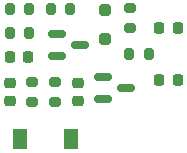
<source format=gbr>
%TF.GenerationSoftware,KiCad,Pcbnew,8.0.1*%
%TF.CreationDate,2024-05-12T11:03:26+05:30*%
%TF.ProjectId,PBSEQ-D1,50425345-512d-4443-912e-6b696361645f,0.1*%
%TF.SameCoordinates,PX7bfa480PY68e7780*%
%TF.FileFunction,Paste,Top*%
%TF.FilePolarity,Positive*%
%FSLAX46Y46*%
G04 Gerber Fmt 4.6, Leading zero omitted, Abs format (unit mm)*
G04 Created by KiCad (PCBNEW 8.0.1) date 2024-05-12 11:03:26*
%MOMM*%
%LPD*%
G01*
G04 APERTURE LIST*
G04 Aperture macros list*
%AMRoundRect*
0 Rectangle with rounded corners*
0 $1 Rounding radius*
0 $2 $3 $4 $5 $6 $7 $8 $9 X,Y pos of 4 corners*
0 Add a 4 corners polygon primitive as box body*
4,1,4,$2,$3,$4,$5,$6,$7,$8,$9,$2,$3,0*
0 Add four circle primitives for the rounded corners*
1,1,$1+$1,$2,$3*
1,1,$1+$1,$4,$5*
1,1,$1+$1,$6,$7*
1,1,$1+$1,$8,$9*
0 Add four rect primitives between the rounded corners*
20,1,$1+$1,$2,$3,$4,$5,0*
20,1,$1+$1,$4,$5,$6,$7,0*
20,1,$1+$1,$6,$7,$8,$9,0*
20,1,$1+$1,$8,$9,$2,$3,0*%
G04 Aperture macros list end*
%ADD10R,1.150000X1.700000*%
%ADD11RoundRect,0.200000X0.200000X0.275000X-0.200000X0.275000X-0.200000X-0.275000X0.200000X-0.275000X0*%
%ADD12RoundRect,0.200000X0.275000X-0.200000X0.275000X0.200000X-0.275000X0.200000X-0.275000X-0.200000X0*%
%ADD13RoundRect,0.200000X-0.200000X-0.275000X0.200000X-0.275000X0.200000X0.275000X-0.200000X0.275000X0*%
%ADD14RoundRect,0.200000X-0.275000X0.200000X-0.275000X-0.200000X0.275000X-0.200000X0.275000X0.200000X0*%
%ADD15RoundRect,0.150000X-0.587500X-0.150000X0.587500X-0.150000X0.587500X0.150000X-0.587500X0.150000X0*%
%ADD16RoundRect,0.218750X-0.218750X-0.256250X0.218750X-0.256250X0.218750X0.256250X-0.218750X0.256250X0*%
%ADD17RoundRect,0.250000X0.250000X-0.250000X0.250000X0.250000X-0.250000X0.250000X-0.250000X-0.250000X0*%
%ADD18RoundRect,0.225000X-0.250000X0.225000X-0.250000X-0.225000X0.250000X-0.225000X0.250000X0.225000X0*%
%ADD19RoundRect,0.225000X-0.225000X-0.250000X0.225000X-0.250000X0.225000X0.250000X-0.225000X0.250000X0*%
%ADD20RoundRect,0.225000X0.250000X-0.225000X0.250000X0.225000X-0.250000X0.225000X-0.250000X-0.225000X0*%
G04 APERTURE END LIST*
D10*
%TO.C,SW1*%
X6705000Y2260000D03*
X2355000Y2260000D03*
%TD*%
D11*
%TO.C,R7*%
X13260000Y9445000D03*
X11610000Y9445000D03*
%TD*%
D12*
%TO.C,R6*%
X11685000Y11690000D03*
X11685000Y13340000D03*
%TD*%
D11*
%TO.C,R5*%
X3140000Y13275000D03*
X1490000Y13275000D03*
%TD*%
D13*
%TO.C,R4*%
X4990000Y13275000D03*
X6640000Y13275000D03*
%TD*%
%TO.C,R3*%
X1490000Y11245000D03*
X3140000Y11245000D03*
%TD*%
D12*
%TO.C,R2*%
X5295000Y5420000D03*
X5295000Y7070000D03*
%TD*%
D14*
%TO.C,R1*%
X3415000Y7070000D03*
X3415000Y5420000D03*
%TD*%
D15*
%TO.C,Q2*%
X5527500Y11213000D03*
X5527500Y9313000D03*
X7402500Y10263000D03*
%TD*%
%TO.C,Q1*%
X9427500Y7544000D03*
X9427500Y5644000D03*
X11302500Y6594000D03*
%TD*%
D16*
%TO.C,D3*%
X14157500Y7295000D03*
X15732500Y7295000D03*
%TD*%
%TO.C,D2*%
X14157500Y11685000D03*
X15732500Y11685000D03*
%TD*%
D17*
%TO.C,D1*%
X9575000Y10730000D03*
X9575000Y13230000D03*
%TD*%
D18*
%TO.C,C3*%
X1525000Y7020000D03*
X1525000Y5470000D03*
%TD*%
D19*
%TO.C,C2*%
X1530000Y9235000D03*
X3080000Y9235000D03*
%TD*%
D20*
%TO.C,C1*%
X7255000Y5470000D03*
X7255000Y7020000D03*
%TD*%
M02*

</source>
